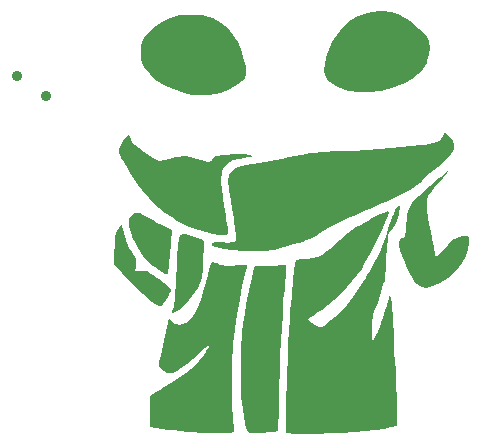
<source format=gbr>
%TF.GenerationSoftware,KiCad,Pcbnew,(6.0.0)*%
%TF.CreationDate,2022-03-29T21:45:28-05:00*%
%TF.ProjectId,Grogu,47726f67-752e-46b6-9963-61645f706362,rev?*%
%TF.SameCoordinates,Original*%
%TF.FileFunction,Soldermask,Top*%
%TF.FilePolarity,Negative*%
%FSLAX46Y46*%
G04 Gerber Fmt 4.6, Leading zero omitted, Abs format (unit mm)*
G04 Created by KiCad (PCBNEW (6.0.0)) date 2022-03-29 21:45:28*
%MOMM*%
%LPD*%
G01*
G04 APERTURE LIST*
%ADD10C,0.120000*%
%ADD11C,0.900000*%
G04 APERTURE END LIST*
D10*
%TO.C,G\u002A\u002A\u002A*%
X131211200Y-92174800D02*
X131135000Y-92708200D01*
X131135000Y-92708200D02*
X129839600Y-92835200D01*
X129839600Y-92835200D02*
X129865000Y-92733600D01*
X129865000Y-92733600D02*
X130306790Y-92174800D01*
X130306790Y-92174800D02*
X130779400Y-91895400D01*
X130779400Y-91895400D02*
X131211200Y-92174800D01*
G36*
X131211200Y-92174800D02*
G01*
X131135000Y-92708200D01*
X129839600Y-92835200D01*
X129865000Y-92733600D01*
X130306790Y-92174800D01*
X130779400Y-91895400D01*
X131211200Y-92174800D01*
G37*
X131211200Y-92174800D02*
X131135000Y-92708200D01*
X129839600Y-92835200D01*
X129865000Y-92733600D01*
X130306790Y-92174800D01*
X130779400Y-91895400D01*
X131211200Y-92174800D01*
X147695800Y-92759000D02*
X144673200Y-93724200D01*
X144673200Y-93724200D02*
X145003400Y-93216200D01*
X145003400Y-93216200D02*
X146095600Y-91387400D01*
X146095600Y-91387400D02*
X147695800Y-92759000D01*
G36*
X147695800Y-92759000D02*
G01*
X144673200Y-93724200D01*
X145003400Y-93216200D01*
X146095600Y-91387400D01*
X147695800Y-92759000D01*
G37*
X147695800Y-92759000D02*
X144673200Y-93724200D01*
X145003400Y-93216200D01*
X146095600Y-91387400D01*
X147695800Y-92759000D01*
G36*
X144659758Y-91887352D02*
G01*
X144785639Y-91746804D01*
X145389007Y-91177178D01*
X146013208Y-90741343D01*
X146665727Y-90436070D01*
X147354048Y-90258127D01*
X148085654Y-90204285D01*
X148339122Y-90213278D01*
X148990431Y-90299860D01*
X149600756Y-90483121D01*
X150187978Y-90772067D01*
X150769981Y-91175705D01*
X151364647Y-91703040D01*
X151435263Y-91772628D01*
X151715771Y-92055732D01*
X151913367Y-92268363D01*
X152045621Y-92434155D01*
X152130105Y-92576743D01*
X152184388Y-92719763D01*
X152209366Y-92813924D01*
X152275570Y-93359587D01*
X152229052Y-93928023D01*
X152075073Y-94471062D01*
X152012845Y-94613204D01*
X151721155Y-95078050D01*
X151307998Y-95519462D01*
X150788975Y-95926828D01*
X150179689Y-96289540D01*
X149495743Y-96596985D01*
X148752740Y-96838555D01*
X148732588Y-96843911D01*
X148424988Y-96919268D01*
X148139909Y-96973018D01*
X147839047Y-97009600D01*
X147484095Y-97033451D01*
X147036749Y-97049012D01*
X146942886Y-97051288D01*
X146409766Y-97057519D01*
X145990165Y-97047824D01*
X145660732Y-97021081D01*
X145403113Y-96977308D01*
X144935756Y-96838693D01*
X144477343Y-96644578D01*
X144075246Y-96417231D01*
X143848468Y-96246575D01*
X143579436Y-95949794D01*
X143411304Y-95611767D01*
X143341557Y-95217233D01*
X143367682Y-94750931D01*
X143487165Y-94197600D01*
X143502108Y-94144083D01*
X143802009Y-93291409D01*
X144109858Y-92691358D01*
X145613250Y-92691358D01*
X145636430Y-92744750D01*
X145739515Y-92787907D01*
X145947100Y-92777290D01*
X146237907Y-92715098D01*
X146409417Y-92664859D01*
X146568729Y-92590533D01*
X146628361Y-92479000D01*
X146632788Y-92410177D01*
X146589681Y-92230061D01*
X146485527Y-92042902D01*
X146477032Y-92032013D01*
X146321618Y-91837807D01*
X145996175Y-92086301D01*
X145760968Y-92304116D01*
X145630064Y-92511774D01*
X145613250Y-92691358D01*
X144109858Y-92691358D01*
X144189003Y-92537091D01*
X144659758Y-91887352D01*
G37*
G36*
X127996019Y-92667029D02*
G01*
X128246319Y-92279364D01*
X128607901Y-91888291D01*
X129056186Y-91512626D01*
X129566594Y-91171187D01*
X130114543Y-90882792D01*
X130560230Y-90704003D01*
X130812553Y-90622782D01*
X131034891Y-90568208D01*
X131267253Y-90534914D01*
X131549651Y-90517538D01*
X131922094Y-90510713D01*
X132005759Y-90510169D01*
X132462331Y-90516853D01*
X132864057Y-90540420D01*
X133177239Y-90578505D01*
X133279201Y-90599476D01*
X133954529Y-90836738D01*
X134582851Y-91194833D01*
X135147888Y-91660399D01*
X135633362Y-92220074D01*
X136015618Y-92845732D01*
X136193449Y-93240698D01*
X136357083Y-93679622D01*
X136499563Y-94135003D01*
X136613932Y-94579340D01*
X136693233Y-94985133D01*
X136730509Y-95324880D01*
X136718803Y-95571081D01*
X136712161Y-95599083D01*
X136587960Y-95840483D01*
X136354274Y-96105046D01*
X136033564Y-96376651D01*
X135648292Y-96639175D01*
X135220916Y-96876497D01*
X134773899Y-97072496D01*
X134552642Y-97149146D01*
X134060786Y-97261026D01*
X133485559Y-97323116D01*
X132872356Y-97334335D01*
X132266571Y-97293605D01*
X131780883Y-97215068D01*
X131059330Y-97019609D01*
X130365884Y-96757564D01*
X129736861Y-96444674D01*
X129218867Y-96104609D01*
X128920074Y-95849359D01*
X128614556Y-95544521D01*
X128334146Y-95225576D01*
X128110678Y-94928006D01*
X128005668Y-94752393D01*
X127909709Y-94548040D01*
X127850564Y-94367634D01*
X127819572Y-94165583D01*
X127808072Y-93896294D01*
X127806918Y-93706166D01*
X127811826Y-93377399D01*
X127832199Y-93140288D01*
X127876377Y-92949006D01*
X127944629Y-92777952D01*
X129975136Y-92777952D01*
X130036006Y-92800440D01*
X130192693Y-92799297D01*
X130406307Y-92779311D01*
X130637961Y-92745268D01*
X130848766Y-92701956D01*
X130999834Y-92654163D01*
X131006814Y-92650942D01*
X131165581Y-92519391D01*
X131195899Y-92341909D01*
X131115020Y-92154001D01*
X130956849Y-92018937D01*
X130751411Y-91991204D01*
X130525721Y-92062219D01*
X130306790Y-92223401D01*
X130121634Y-92466168D01*
X130119293Y-92470313D01*
X130030159Y-92639927D01*
X129979517Y-92757658D01*
X129975136Y-92777952D01*
X127944629Y-92777952D01*
X127952700Y-92757724D01*
X127996019Y-92667029D01*
G37*
G36*
X126180693Y-108350966D02*
G01*
X126228796Y-108469446D01*
X126288287Y-108676600D01*
X126366845Y-108983240D01*
X126426644Y-109220741D01*
X126519065Y-109565181D01*
X126607073Y-109831339D01*
X126707596Y-110059990D01*
X126837561Y-110291908D01*
X126936978Y-110449998D01*
X127138723Y-110764202D01*
X127282656Y-111001781D01*
X127375579Y-111188356D01*
X127424298Y-111349547D01*
X127435617Y-111510974D01*
X127416342Y-111698257D01*
X127373275Y-111937018D01*
X127355845Y-112027109D01*
X127319547Y-112214932D01*
X127763583Y-112188075D01*
X128011803Y-112178892D01*
X128188026Y-112193380D01*
X128340264Y-112240118D01*
X128502537Y-112320121D01*
X128690616Y-112433482D01*
X128928629Y-112594697D01*
X129197691Y-112788947D01*
X129478914Y-113001410D01*
X129753413Y-113217266D01*
X130002301Y-113421693D01*
X130206692Y-113599871D01*
X130347700Y-113736979D01*
X130404739Y-113812846D01*
X130383621Y-113884050D01*
X130310659Y-114031458D01*
X130200422Y-114230186D01*
X130067478Y-114455349D01*
X129926397Y-114682064D01*
X129791747Y-114885445D01*
X129710203Y-114999166D01*
X129561131Y-115145587D01*
X129399104Y-115188695D01*
X129203495Y-115129648D01*
X129047606Y-115036381D01*
X128751264Y-114815843D01*
X128393707Y-114517183D01*
X127990740Y-114155539D01*
X127558167Y-113746049D01*
X127111793Y-113303851D01*
X126667423Y-112844084D01*
X126240861Y-112381885D01*
X126040411Y-112155993D01*
X125576905Y-111626033D01*
X125576905Y-110581199D01*
X125582277Y-110084746D01*
X125601064Y-109686980D01*
X125637268Y-109366003D01*
X125694892Y-109099916D01*
X125777940Y-108866822D01*
X125890414Y-108644821D01*
X125948652Y-108547592D01*
X126027959Y-108419475D01*
X126087951Y-108336791D01*
X126136304Y-108310351D01*
X126180693Y-108350966D01*
G37*
G36*
X153769148Y-100634504D02*
G01*
X154040433Y-100964993D01*
X154222251Y-101240271D01*
X154320802Y-101479131D01*
X154342287Y-101700366D01*
X154292908Y-101922770D01*
X154237323Y-102053366D01*
X154098597Y-102273773D01*
X153880192Y-102540892D01*
X153602876Y-102834048D01*
X153287415Y-103132570D01*
X152954574Y-103415784D01*
X152625119Y-103663019D01*
X152609762Y-103673616D01*
X152259781Y-103923357D01*
X151988043Y-104136974D01*
X151802489Y-104307573D01*
X151711058Y-104428261D01*
X151702619Y-104461190D01*
X151647435Y-104581428D01*
X151487179Y-104740446D01*
X151229797Y-104933933D01*
X150883234Y-105157581D01*
X150455435Y-105407080D01*
X149954346Y-105678120D01*
X149387912Y-105966392D01*
X148764079Y-106267587D01*
X148090792Y-106577395D01*
X147375995Y-106891506D01*
X146690022Y-107179980D01*
X146051170Y-107445113D01*
X145509371Y-107675403D01*
X145048511Y-107878697D01*
X144652478Y-108062844D01*
X144305156Y-108235691D01*
X143990432Y-108405086D01*
X143692191Y-108578877D01*
X143394320Y-108764911D01*
X143270101Y-108845536D01*
X142955690Y-109043323D01*
X142627940Y-109235688D01*
X142322337Y-109402628D01*
X142074363Y-109524141D01*
X142039290Y-109539348D01*
X141820197Y-109622025D01*
X141508452Y-109726538D01*
X141128834Y-109845751D01*
X140706124Y-109972529D01*
X140265101Y-110099736D01*
X139830544Y-110220237D01*
X139427234Y-110326896D01*
X139079949Y-110412577D01*
X138813469Y-110470146D01*
X138794964Y-110473583D01*
X138524275Y-110506426D01*
X138159909Y-110526829D01*
X137728451Y-110535269D01*
X137256485Y-110532221D01*
X136770594Y-110518158D01*
X136297364Y-110493557D01*
X135863378Y-110458892D01*
X135495221Y-110414639D01*
X135495000Y-110414606D01*
X134939721Y-110325191D01*
X134500697Y-110240198D01*
X134173377Y-110158087D01*
X133953210Y-110077319D01*
X133835647Y-109996355D01*
X133816136Y-109913654D01*
X133852987Y-109859122D01*
X133923967Y-109827061D01*
X134069041Y-109807037D01*
X134302007Y-109798219D01*
X134636661Y-109799780D01*
X134789346Y-109802829D01*
X135178820Y-109809623D01*
X135462939Y-109801976D01*
X135657257Y-109768639D01*
X135777330Y-109698362D01*
X135838713Y-109579895D01*
X135856961Y-109401989D01*
X135847629Y-109153394D01*
X135840397Y-109042696D01*
X135820309Y-108837767D01*
X135782184Y-108536346D01*
X135729305Y-108161001D01*
X135664955Y-107734299D01*
X135592416Y-107278808D01*
X135526114Y-106882013D01*
X135422413Y-106268097D01*
X135340148Y-105760268D01*
X135278306Y-105345765D01*
X135235876Y-105011823D01*
X135211845Y-104745680D01*
X135205202Y-104534574D01*
X135214935Y-104365740D01*
X135240031Y-104226415D01*
X135279478Y-104103838D01*
X135301610Y-104050811D01*
X135386310Y-103886301D01*
X135490620Y-103747018D01*
X135627030Y-103628159D01*
X135808034Y-103524920D01*
X136046123Y-103432498D01*
X136353787Y-103346088D01*
X136743520Y-103260887D01*
X137227811Y-103172091D01*
X137819153Y-103074896D01*
X137853571Y-103069443D01*
X138289096Y-102996088D01*
X138779059Y-102906402D01*
X139269338Y-102810693D01*
X139705809Y-102719268D01*
X139788809Y-102700850D01*
X140378101Y-102569965D01*
X140886666Y-102461837D01*
X141337029Y-102373598D01*
X141751709Y-102302382D01*
X142153229Y-102245321D01*
X142564112Y-102199548D01*
X143006878Y-102162197D01*
X143504051Y-102130400D01*
X144078152Y-102101291D01*
X144717619Y-102073419D01*
X145813549Y-102022705D01*
X146890432Y-101963006D01*
X147932661Y-101895529D01*
X148924625Y-101821484D01*
X149850717Y-101742079D01*
X150695327Y-101658522D01*
X151442847Y-101572023D01*
X151793333Y-101525538D01*
X152236271Y-101456927D01*
X152578231Y-101384686D01*
X152839061Y-101299590D01*
X153038605Y-101192411D01*
X153196711Y-101053923D01*
X153333223Y-100874900D01*
X153390239Y-100783138D01*
X153596193Y-100436389D01*
X153769148Y-100634504D01*
G37*
G36*
X131602075Y-109122302D02*
G01*
X131846368Y-109184970D01*
X132179086Y-109286492D01*
X132326145Y-109333880D01*
X132646822Y-109444451D01*
X132896694Y-109543370D01*
X133059848Y-109623806D01*
X133119243Y-109674349D01*
X133126755Y-109759185D01*
X133128470Y-109946916D01*
X133124718Y-110219643D01*
X133115832Y-110559465D01*
X133102142Y-110948480D01*
X133090469Y-111227255D01*
X133064551Y-111756180D01*
X133036499Y-112183239D01*
X133002598Y-112527509D01*
X132959131Y-112808067D01*
X132902381Y-113043987D01*
X132828632Y-113254348D01*
X132734167Y-113458225D01*
X132615268Y-113674694D01*
X132612793Y-113678977D01*
X132408182Y-113999100D01*
X132156656Y-114340744D01*
X131876844Y-114683132D01*
X131587371Y-115005490D01*
X131306867Y-115287042D01*
X131053958Y-115507013D01*
X130852947Y-115641728D01*
X130693738Y-115705736D01*
X130543044Y-115738185D01*
X130439233Y-115733461D01*
X130415000Y-115705786D01*
X130440350Y-115630521D01*
X130474956Y-115559543D01*
X130536536Y-115423831D01*
X130589260Y-115256961D01*
X130634577Y-115046609D01*
X130673938Y-114780448D01*
X130708793Y-114446153D01*
X130740592Y-114031397D01*
X130770787Y-113523856D01*
X130800826Y-112911204D01*
X130809537Y-112716190D01*
X130844506Y-111956210D01*
X130878157Y-111308541D01*
X130911477Y-110764566D01*
X130945455Y-110315665D01*
X130981079Y-109953220D01*
X131019337Y-109668611D01*
X131061217Y-109453222D01*
X131107707Y-109298432D01*
X131159796Y-109195623D01*
X131218471Y-109136177D01*
X131220093Y-109135133D01*
X131306903Y-109100611D01*
X131428242Y-109095258D01*
X131602075Y-109122302D01*
G37*
G36*
X126873367Y-100785746D02*
G01*
X126895570Y-100905850D01*
X126953232Y-101086441D01*
X127095773Y-101293672D01*
X127327965Y-101531761D01*
X127654579Y-101804921D01*
X128080387Y-102117369D01*
X128610161Y-102473321D01*
X128829382Y-102614283D01*
X129330193Y-102933109D01*
X130203821Y-102714411D01*
X130665795Y-102605176D01*
X131044349Y-102534853D01*
X131370592Y-102503463D01*
X131675633Y-102511027D01*
X131990581Y-102557564D01*
X132346544Y-102643096D01*
X132602425Y-102715996D01*
X132983581Y-102827623D01*
X133266512Y-102905392D01*
X133468855Y-102950162D01*
X133608247Y-102962795D01*
X133702324Y-102944150D01*
X133768725Y-102895089D01*
X133825086Y-102816471D01*
X133848842Y-102776819D01*
X133925017Y-102668754D01*
X134021422Y-102585770D01*
X134156832Y-102521976D01*
X134350021Y-102471481D01*
X134619763Y-102428393D01*
X134984833Y-102386821D01*
X135141209Y-102371286D01*
X135583902Y-102336873D01*
X136002219Y-102320297D01*
X136382393Y-102320486D01*
X136710660Y-102336366D01*
X136973252Y-102366865D01*
X137156404Y-102410910D01*
X137246348Y-102467429D01*
X137230558Y-102534124D01*
X137155709Y-102557111D01*
X136990290Y-102583989D01*
X136764388Y-102610236D01*
X136660066Y-102619868D01*
X136085872Y-102704628D01*
X135610352Y-102854112D01*
X135228043Y-103071517D01*
X134933483Y-103360042D01*
X134721209Y-103722887D01*
X134703356Y-103765714D01*
X134641714Y-104006080D01*
X134614406Y-104339141D01*
X134621700Y-104769121D01*
X134663864Y-105300241D01*
X134741168Y-105936726D01*
X134853878Y-106682798D01*
X134910257Y-107020592D01*
X134984533Y-107461328D01*
X135051496Y-107870388D01*
X135108464Y-108230443D01*
X135152757Y-108524166D01*
X135181695Y-108734228D01*
X135192595Y-108843300D01*
X135192619Y-108845677D01*
X135156449Y-109032570D01*
X135042273Y-109147956D01*
X134841595Y-109195602D01*
X134545915Y-109179274D01*
X134466905Y-109167411D01*
X133926087Y-109063310D01*
X133350971Y-108924927D01*
X132772984Y-108761734D01*
X132223553Y-108583203D01*
X131734103Y-108398807D01*
X131363767Y-108232109D01*
X130913398Y-107978897D01*
X130415061Y-107653059D01*
X129896856Y-107276003D01*
X129386883Y-106869142D01*
X128913243Y-106453885D01*
X128509164Y-106057060D01*
X128230472Y-105741419D01*
X127914548Y-105347338D01*
X127577549Y-104898241D01*
X127235629Y-104417553D01*
X126904945Y-103928700D01*
X126601650Y-103455106D01*
X126341901Y-103020198D01*
X126141852Y-102647398D01*
X126105317Y-102571480D01*
X126011495Y-102360834D01*
X125965845Y-102213955D01*
X125961139Y-102087092D01*
X125990148Y-101936493D01*
X125996313Y-101911723D01*
X126128129Y-101529060D01*
X126315412Y-101174134D01*
X126534175Y-100891752D01*
X126551742Y-100874200D01*
X126709630Y-100741208D01*
X126813344Y-100711402D01*
X126873367Y-100785746D01*
G37*
G36*
X153850906Y-103716700D02*
G01*
X153821609Y-103768424D01*
X153722884Y-103895116D01*
X153566773Y-104082341D01*
X153365316Y-104315666D01*
X153130552Y-104580656D01*
X153125623Y-104586153D01*
X152871977Y-104875283D01*
X152635216Y-105156734D01*
X152432302Y-105409464D01*
X152280195Y-105612430D01*
X152203445Y-105730244D01*
X152130265Y-105870329D01*
X152082292Y-105995657D01*
X152054488Y-106136997D01*
X152041816Y-106325118D01*
X152039238Y-106590790D01*
X152039927Y-106729047D01*
X152045609Y-107005928D01*
X152061414Y-107256413D01*
X152091550Y-107509555D01*
X152140223Y-107794406D01*
X152211637Y-108140017D01*
X152302588Y-108543333D01*
X152394703Y-108958255D01*
X152485029Y-109392659D01*
X152566275Y-109809518D01*
X152631149Y-110171808D01*
X152662886Y-110372917D01*
X152765214Y-111083691D01*
X153487017Y-110318107D01*
X153816342Y-109977739D01*
X154089948Y-109719695D01*
X154327200Y-109531476D01*
X154547467Y-109400582D01*
X154770114Y-109314515D01*
X155014509Y-109260774D01*
X155154899Y-109241655D01*
X155379246Y-109227092D01*
X155523712Y-109257997D01*
X155602458Y-109352379D01*
X155629643Y-109528244D01*
X155619427Y-109803601D01*
X155617461Y-109829914D01*
X155515776Y-110404213D01*
X155301953Y-110983727D01*
X154983107Y-111553457D01*
X154566352Y-112098405D01*
X154513198Y-112158003D01*
X154050663Y-112612803D01*
X153547805Y-112991116D01*
X152966730Y-113321075D01*
X152906801Y-113350579D01*
X152541672Y-113512420D01*
X152243379Y-113602228D01*
X151983326Y-113622280D01*
X151732916Y-113574853D01*
X151469181Y-113465035D01*
X151212998Y-113299694D01*
X150975169Y-113062466D01*
X150744840Y-112739432D01*
X150511157Y-112316675D01*
X150409396Y-112106025D01*
X150273259Y-111797762D01*
X150132926Y-111450701D01*
X149996466Y-111088183D01*
X149871942Y-110733544D01*
X149767421Y-110410124D01*
X149690968Y-110141260D01*
X149650648Y-109950291D01*
X149646428Y-109898324D01*
X149678113Y-109722706D01*
X149757035Y-109564865D01*
X149858997Y-109465512D01*
X149912627Y-109450476D01*
X150007990Y-109409119D01*
X150102881Y-109326340D01*
X150152826Y-109250243D01*
X150190074Y-109134673D01*
X150218395Y-108957932D01*
X150241563Y-108698322D01*
X150257928Y-108434316D01*
X150306306Y-107850727D01*
X150384899Y-107366297D01*
X150500622Y-106961498D01*
X150660390Y-106616805D01*
X150871116Y-106312688D01*
X151094122Y-106072801D01*
X151338283Y-105842198D01*
X151622122Y-105582022D01*
X151932832Y-105303220D01*
X152257607Y-105016738D01*
X152583638Y-104733521D01*
X152898118Y-104464516D01*
X153188240Y-104220668D01*
X153441197Y-104012924D01*
X153644180Y-103852229D01*
X153784383Y-103749529D01*
X153848998Y-103715770D01*
X153850906Y-103716700D01*
G37*
G36*
X127669475Y-107283218D02*
G01*
X127822894Y-107345591D01*
X128032023Y-107453754D01*
X128315155Y-107614525D01*
X128522345Y-107735655D01*
X128845631Y-107921119D01*
X129219499Y-108128694D01*
X129586251Y-108326596D01*
X129769014Y-108422381D01*
X130413101Y-108755000D01*
X130413706Y-109027143D01*
X130408005Y-109199600D01*
X130391799Y-109467535D01*
X130367214Y-109806136D01*
X130336374Y-110190590D01*
X130301404Y-110596083D01*
X130264429Y-110997803D01*
X130227573Y-111370938D01*
X130192961Y-111690673D01*
X130168674Y-111888653D01*
X130129890Y-112182249D01*
X130093180Y-112379676D01*
X130040853Y-112486294D01*
X129955218Y-112507468D01*
X129818586Y-112448559D01*
X129613264Y-112314930D01*
X129355173Y-112135245D01*
X128991915Y-111880804D01*
X128709909Y-111674472D01*
X128489889Y-111497082D01*
X128312591Y-111329469D01*
X128158747Y-111152468D01*
X128009093Y-110946913D01*
X127844364Y-110693638D01*
X127743193Y-110531624D01*
X127498036Y-110128236D01*
X127310245Y-109796307D01*
X127167143Y-109508690D01*
X127056053Y-109238235D01*
X126964297Y-108957795D01*
X126901992Y-108730207D01*
X126817654Y-108356148D01*
X126785097Y-108071054D01*
X126805785Y-107853898D01*
X126881179Y-107683655D01*
X126982976Y-107566068D01*
X127151442Y-107429348D01*
X127323778Y-107320422D01*
X127360531Y-107302664D01*
X127456587Y-107268573D01*
X127553470Y-107259818D01*
X127669475Y-107283218D01*
G37*
G36*
X147548437Y-111568232D02*
G01*
X147853098Y-110969796D01*
X148115530Y-110410138D01*
X148324785Y-109909284D01*
X148453761Y-109541190D01*
X148525002Y-109319453D01*
X148621891Y-109031608D01*
X148736637Y-108699409D01*
X148861447Y-108344611D01*
X148988529Y-107988971D01*
X149110092Y-107654241D01*
X149218343Y-107362179D01*
X149305491Y-107134538D01*
X149363744Y-106993074D01*
X149374451Y-106970632D01*
X149472097Y-106833182D01*
X149592209Y-106727947D01*
X149700884Y-106679843D01*
X149751786Y-106693294D01*
X149755647Y-106766206D01*
X149733215Y-106930607D01*
X149689675Y-107161202D01*
X149630214Y-107432695D01*
X149560014Y-107719791D01*
X149485091Y-107994344D01*
X149313896Y-108367644D01*
X149133509Y-108599106D01*
X148983640Y-108770513D01*
X148860885Y-108927831D01*
X148805155Y-109013756D01*
X148777823Y-109091311D01*
X148751178Y-109223210D01*
X148724336Y-109418949D01*
X148696413Y-109688025D01*
X148666525Y-110039935D01*
X148633787Y-110484176D01*
X148597317Y-111030244D01*
X148556229Y-111687637D01*
X148556201Y-111688095D01*
X148527931Y-112112519D01*
X148498567Y-112484119D01*
X148469438Y-112791980D01*
X148441874Y-113025189D01*
X148417202Y-113172831D01*
X148396754Y-113223992D01*
X148381857Y-113167758D01*
X148379431Y-113139524D01*
X148364212Y-113133740D01*
X148330830Y-113229666D01*
X148284203Y-113410284D01*
X148229255Y-113658575D01*
X148229055Y-113659539D01*
X148153161Y-114004701D01*
X148075804Y-114303252D01*
X147985582Y-114589823D01*
X147871095Y-114899042D01*
X147720943Y-115265539D01*
X147630819Y-115476701D01*
X147550274Y-115668933D01*
X147492127Y-115830252D01*
X147451654Y-115988007D01*
X147424131Y-116169548D01*
X147404835Y-116402224D01*
X147389041Y-116713384D01*
X147380126Y-116928129D01*
X147369591Y-117290647D01*
X147368024Y-117611270D01*
X147375057Y-117866644D01*
X147390322Y-118033417D01*
X147398089Y-118068333D01*
X147425333Y-118144409D01*
X147454103Y-118170463D01*
X147495456Y-118133294D01*
X147560450Y-118019701D01*
X147660144Y-117816482D01*
X147727360Y-117675238D01*
X147849492Y-117412153D01*
X147955155Y-117168459D01*
X148052195Y-116921879D01*
X148148461Y-116650135D01*
X148251799Y-116330948D01*
X148370058Y-115942040D01*
X148511085Y-115461133D01*
X148528693Y-115400389D01*
X148624682Y-115074224D01*
X148712792Y-114784539D01*
X148786114Y-114553314D01*
X148837741Y-114402533D01*
X148856095Y-114358598D01*
X148907406Y-114325351D01*
X148956514Y-114412499D01*
X149003364Y-114619506D01*
X149047904Y-114945833D01*
X149090079Y-115390943D01*
X149129835Y-115954298D01*
X149167119Y-116635360D01*
X149201877Y-117433592D01*
X149223685Y-118032492D01*
X149240627Y-118501104D01*
X149258146Y-118931308D01*
X149275477Y-119308081D01*
X149291852Y-119616401D01*
X149306505Y-119841246D01*
X149318670Y-119967594D01*
X149323501Y-119989014D01*
X149351594Y-120094952D01*
X149377685Y-120313384D01*
X149401405Y-120635863D01*
X149422385Y-121053940D01*
X149440253Y-121559169D01*
X149454641Y-122143102D01*
X149465179Y-122797292D01*
X149470460Y-123346861D01*
X149484278Y-125325476D01*
X148993450Y-125455580D01*
X148377035Y-125593327D01*
X147644113Y-125710995D01*
X146797493Y-125808334D01*
X145839982Y-125885094D01*
X144774390Y-125941028D01*
X143603526Y-125975886D01*
X143024285Y-125984844D01*
X142515658Y-125989771D01*
X142033358Y-125992929D01*
X141593798Y-125994326D01*
X141213393Y-125993966D01*
X140908556Y-125991858D01*
X140695702Y-125988006D01*
X140605238Y-125983892D01*
X140444352Y-125974128D01*
X140318351Y-125965384D01*
X140223354Y-125944313D01*
X140155482Y-125897568D01*
X140110855Y-125811802D01*
X140085590Y-125673671D01*
X140075810Y-125469825D01*
X140077632Y-125186920D01*
X140087176Y-124811607D01*
X140100563Y-124330542D01*
X140102505Y-124254722D01*
X140135497Y-122998777D01*
X140168964Y-121831936D01*
X140202736Y-120758854D01*
X140236644Y-119784188D01*
X140270518Y-118912594D01*
X140304189Y-118148727D01*
X140337487Y-117497244D01*
X140365047Y-117040238D01*
X140396655Y-116587407D01*
X140434642Y-116087341D01*
X140477717Y-115553572D01*
X140524589Y-114999630D01*
X140573966Y-114439047D01*
X140624557Y-113885354D01*
X140675071Y-113352083D01*
X140724216Y-112852764D01*
X140770702Y-112400930D01*
X140813237Y-112010110D01*
X140850529Y-111693838D01*
X140881288Y-111465642D01*
X140904222Y-111339056D01*
X140910932Y-111319876D01*
X140980578Y-111291400D01*
X141135443Y-111260231D01*
X141315725Y-111236206D01*
X141881752Y-111167747D01*
X142341307Y-111093857D01*
X142708846Y-111011428D01*
X142998826Y-110917348D01*
X143176551Y-110835976D01*
X143345648Y-110727664D01*
X143575044Y-110555444D01*
X143838687Y-110340095D01*
X144110522Y-110102401D01*
X144205694Y-110015063D01*
X144655094Y-109603487D01*
X145042901Y-109264383D01*
X145389564Y-108981350D01*
X145715532Y-108737988D01*
X146041256Y-108517895D01*
X146187608Y-108425537D01*
X146419450Y-108288576D01*
X146711272Y-108126131D01*
X147041971Y-107948906D01*
X147390444Y-107767603D01*
X147735588Y-107592922D01*
X148056301Y-107435567D01*
X148331479Y-107306240D01*
X148540020Y-107215641D01*
X148649666Y-107176940D01*
X148761337Y-107156058D01*
X148798558Y-107191194D01*
X148784125Y-107311192D01*
X148778578Y-107340028D01*
X148712548Y-107580328D01*
X148593955Y-107908359D01*
X148430977Y-108307258D01*
X148231793Y-108760161D01*
X148004582Y-109250204D01*
X147757520Y-109760524D01*
X147498787Y-110274257D01*
X147236560Y-110774540D01*
X146979018Y-111244509D01*
X146734339Y-111667300D01*
X146510701Y-112026051D01*
X146492977Y-112052972D01*
X146140703Y-112541679D01*
X145713534Y-113063079D01*
X145230868Y-113598224D01*
X144712103Y-114128167D01*
X144176638Y-114633962D01*
X143643870Y-115096662D01*
X143133197Y-115497320D01*
X142664019Y-115816990D01*
X142598721Y-115856605D01*
X142354621Y-116008718D01*
X142154247Y-116146353D01*
X142017929Y-116254631D01*
X141965994Y-116318675D01*
X141965952Y-116319695D01*
X142014203Y-116402175D01*
X142140237Y-116523156D01*
X142315978Y-116662636D01*
X142513347Y-116800611D01*
X142704267Y-116917078D01*
X142860661Y-116992031D01*
X142933591Y-117009087D01*
X143087319Y-116965633D01*
X143306063Y-116841793D01*
X143576653Y-116649470D01*
X143885921Y-116400565D01*
X144220700Y-116106980D01*
X144567820Y-115780615D01*
X144914113Y-115433373D01*
X145246410Y-115077154D01*
X145551543Y-114723860D01*
X145774895Y-114441168D01*
X146126474Y-113949233D01*
X146490566Y-113395945D01*
X146856223Y-112801332D01*
X146995844Y-112559960D01*
X148381203Y-112559960D01*
X148392322Y-112638399D01*
X148412966Y-112639335D01*
X148427403Y-112558394D01*
X148417740Y-112523422D01*
X148390887Y-112500515D01*
X148381203Y-112559960D01*
X146995844Y-112559960D01*
X147212496Y-112185419D01*
X147548437Y-111568232D01*
G37*
G36*
X133939193Y-111469996D02*
G01*
X134105530Y-111518232D01*
X134272505Y-111584281D01*
X134510917Y-111680248D01*
X134734458Y-111744506D01*
X134971028Y-111779754D01*
X135248528Y-111788694D01*
X135594857Y-111774025D01*
X135947871Y-111746440D01*
X136250272Y-111722285D01*
X136507228Y-111705984D01*
X136695893Y-111698669D01*
X136793420Y-111701470D01*
X136801293Y-111704230D01*
X136798794Y-111770869D01*
X136770303Y-111930887D01*
X136720578Y-112160686D01*
X136654377Y-112436667D01*
X136650575Y-112451832D01*
X136400528Y-113522465D01*
X136165059Y-114679876D01*
X135950358Y-115890180D01*
X135762616Y-117119495D01*
X135668696Y-117826428D01*
X135616731Y-118327290D01*
X135574369Y-118911229D01*
X135541575Y-119560092D01*
X135518313Y-120255721D01*
X135504548Y-120979961D01*
X135500242Y-121714656D01*
X135505362Y-122441649D01*
X135519870Y-123142786D01*
X135543732Y-123799910D01*
X135576911Y-124394865D01*
X135619372Y-124909496D01*
X135671079Y-125325646D01*
X135683599Y-125401645D01*
X135716997Y-125635820D01*
X135716761Y-125779263D01*
X135682722Y-125857468D01*
X135680599Y-125859656D01*
X135596967Y-125884373D01*
X135411991Y-125905230D01*
X135145233Y-125921732D01*
X134816255Y-125933382D01*
X134444618Y-125939685D01*
X134049885Y-125940147D01*
X133651616Y-125934272D01*
X133269374Y-125921564D01*
X133257381Y-125921027D01*
X132851427Y-125897747D01*
X132356330Y-125861478D01*
X131802856Y-125815079D01*
X131221774Y-125761407D01*
X130643849Y-125703317D01*
X130099849Y-125643668D01*
X129620541Y-125585316D01*
X129568333Y-125578470D01*
X128570476Y-125446428D01*
X128554201Y-124139436D01*
X128549827Y-123699669D01*
X128549658Y-123365590D01*
X128554531Y-123121981D01*
X128565280Y-122953624D01*
X128582743Y-122845302D01*
X128607755Y-122781797D01*
X128630223Y-122755843D01*
X128707109Y-122703326D01*
X128871533Y-122598503D01*
X129107377Y-122451394D01*
X129398520Y-122272019D01*
X129728843Y-122070398D01*
X129899856Y-121966677D01*
X130575247Y-121548702D01*
X131152279Y-121170118D01*
X131643043Y-120821012D01*
X132059628Y-120491470D01*
X132414122Y-120171580D01*
X132718615Y-119851429D01*
X132985196Y-119521103D01*
X133128244Y-119319412D01*
X133294468Y-119061942D01*
X133435043Y-118821326D01*
X133538882Y-118618948D01*
X133594899Y-118476193D01*
X133596071Y-118417103D01*
X133544484Y-118446594D01*
X133420706Y-118548277D01*
X133238867Y-118709619D01*
X133013096Y-118918085D01*
X132760305Y-119158461D01*
X132188571Y-119690294D01*
X131677924Y-120125235D01*
X131229524Y-120462473D01*
X130844532Y-120701199D01*
X130524110Y-120840601D01*
X130294115Y-120880476D01*
X130022890Y-120831811D01*
X129757090Y-120702094D01*
X129532173Y-120515744D01*
X129383597Y-120297179D01*
X129361992Y-120238569D01*
X129363982Y-120148508D01*
X129389282Y-119961651D01*
X129434311Y-119694802D01*
X129495488Y-119364766D01*
X129569232Y-118988347D01*
X129651961Y-118582348D01*
X129740095Y-118163574D01*
X129830051Y-117748829D01*
X129918249Y-117354917D01*
X130001107Y-116998643D01*
X130075045Y-116696810D01*
X130136481Y-116466222D01*
X130181834Y-116323684D01*
X130204711Y-116284285D01*
X130258001Y-116320627D01*
X130375005Y-116415152D01*
X130505714Y-116526190D01*
X130692066Y-116671994D01*
X130844596Y-116745753D01*
X131007409Y-116767927D01*
X131027185Y-116768095D01*
X131323472Y-116719997D01*
X131636592Y-116591225D01*
X131921548Y-116405058D01*
X132120763Y-116202282D01*
X132368897Y-115808594D01*
X132617692Y-115299526D01*
X132865058Y-114680619D01*
X133108907Y-113957416D01*
X133347149Y-113135457D01*
X133499517Y-112544744D01*
X133601890Y-112147000D01*
X133692343Y-111830199D01*
X133767429Y-111605202D01*
X133823703Y-111482870D01*
X133842493Y-111463997D01*
X133939193Y-111469996D01*
G37*
G36*
X140090676Y-112216082D02*
G01*
X140084669Y-112422917D01*
X140068232Y-112722878D01*
X140043241Y-113088764D01*
X140011573Y-113493379D01*
X139975104Y-113909521D01*
X139970210Y-113961961D01*
X139884037Y-114943762D01*
X139806850Y-115963923D01*
X139738084Y-117034088D01*
X139677173Y-118165905D01*
X139623550Y-119371017D01*
X139576649Y-120661072D01*
X139535904Y-122047715D01*
X139500748Y-123542590D01*
X139498051Y-123672509D01*
X139487103Y-124156931D01*
X139475142Y-124602197D01*
X139462698Y-124994034D01*
X139450303Y-125318167D01*
X139438487Y-125560322D01*
X139427783Y-125706226D01*
X139420982Y-125743749D01*
X139326853Y-125781875D01*
X139135672Y-125819886D01*
X138871329Y-125855997D01*
X138557713Y-125888423D01*
X138218713Y-125915378D01*
X137878217Y-125935076D01*
X137560116Y-125945733D01*
X137288298Y-125945562D01*
X137086653Y-125932778D01*
X137026415Y-125922720D01*
X136921775Y-125885348D01*
X136842551Y-125814361D01*
X136778726Y-125689019D01*
X136720283Y-125488579D01*
X136657204Y-125192298D01*
X136646159Y-125135376D01*
X136531306Y-124508619D01*
X136439894Y-123933645D01*
X136369634Y-123383695D01*
X136318238Y-122832006D01*
X136283417Y-122251818D01*
X136262881Y-121616369D01*
X136254343Y-120898897D01*
X136253800Y-120547857D01*
X136255768Y-119948800D01*
X136261127Y-119447331D01*
X136270918Y-119020108D01*
X136286182Y-118643789D01*
X136307961Y-118295031D01*
X136337296Y-117950493D01*
X136375229Y-117586833D01*
X136392746Y-117433333D01*
X136492928Y-116643796D01*
X136611070Y-115835322D01*
X136743142Y-115029614D01*
X136885113Y-114248370D01*
X137032952Y-113513291D01*
X137182629Y-112846077D01*
X137330114Y-112268429D01*
X137392461Y-112050952D01*
X137473750Y-111778809D01*
X138782470Y-111762511D01*
X140091190Y-111746212D01*
X140090676Y-112216082D01*
G37*
%TD*%
D11*
%TO.C,SW1*%
X117306617Y-95703308D03*
X119764073Y-97424037D03*
%TD*%
M02*

</source>
